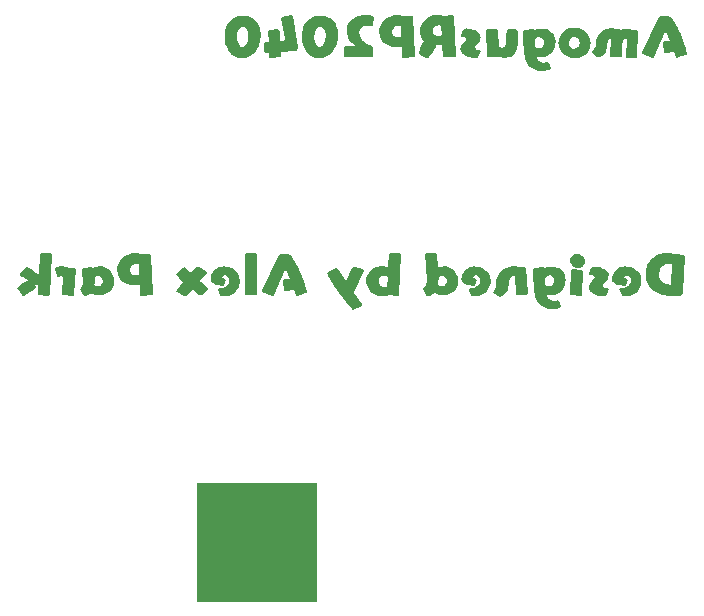
<source format=gbr>
%TF.GenerationSoftware,KiCad,Pcbnew,8.0.4*%
%TF.CreationDate,2024-12-04T20:03:35-06:00*%
%TF.ProjectId,amoguspico,616d6f67-7573-4706-9963-6f2e6b696361,rev?*%
%TF.SameCoordinates,Original*%
%TF.FileFunction,Legend,Bot*%
%TF.FilePolarity,Positive*%
%FSLAX46Y46*%
G04 Gerber Fmt 4.6, Leading zero omitted, Abs format (unit mm)*
G04 Created by KiCad (PCBNEW 8.0.4) date 2024-12-04 20:03:35*
%MOMM*%
%LPD*%
G01*
G04 APERTURE LIST*
%ADD10C,0.100000*%
%ADD11C,1.800000*%
%ADD12R,1.600000X1.600000*%
%ADD13C,1.600000*%
%ADD14C,0.750000*%
%ADD15O,1.200000X2.000000*%
%ADD16O,1.200000X1.800000*%
G04 APERTURE END LIST*
D10*
X136250000Y-119000000D02*
X146250000Y-119000000D01*
X146250000Y-129000000D01*
X136250000Y-129000000D01*
X136250000Y-119000000D01*
G36*
X136250000Y-119000000D02*
G01*
X146250000Y-119000000D01*
X146250000Y-129000000D01*
X136250000Y-129000000D01*
X136250000Y-119000000D01*
G37*
G36*
X173944940Y-82715694D02*
G01*
X173881926Y-82610181D01*
X173898778Y-82547166D01*
X175356175Y-79581814D01*
X175484988Y-79506115D01*
X175532763Y-79501946D01*
X176141660Y-79501946D01*
X176284622Y-79546516D01*
X176292602Y-79552505D01*
X176421262Y-79691511D01*
X176549594Y-79865071D01*
X176676499Y-80067395D01*
X176800876Y-80292698D01*
X176921625Y-80535191D01*
X177037646Y-80789087D01*
X177147838Y-81048599D01*
X177251103Y-81307939D01*
X177346339Y-81561320D01*
X177432446Y-81802955D01*
X177508324Y-82027055D01*
X177572874Y-82227834D01*
X177624994Y-82399504D01*
X177677463Y-82589771D01*
X177695778Y-82681988D01*
X177616309Y-82806968D01*
X177582205Y-82820474D01*
X176939602Y-83005122D01*
X176872191Y-83017578D01*
X176767411Y-82953098D01*
X176712209Y-82803768D01*
X176658989Y-82666164D01*
X176616468Y-82558157D01*
X175839043Y-82595526D01*
X175830983Y-82595526D01*
X175729867Y-82499539D01*
X175679309Y-81747759D01*
X175679309Y-81738967D01*
X175776029Y-81638583D01*
X176255233Y-81612937D01*
X176186426Y-81439333D01*
X176128116Y-81292575D01*
X176064938Y-81134971D01*
X176005986Y-80992042D01*
X175941683Y-80856315D01*
X175910851Y-80827452D01*
X175872749Y-80869218D01*
X174940718Y-82961158D01*
X174810293Y-83028569D01*
X174742882Y-83016113D01*
X173944940Y-82715694D01*
G37*
G36*
X171293196Y-82960425D02*
G01*
X171213328Y-82868101D01*
X171288799Y-81368206D01*
X171136209Y-81421008D01*
X171032527Y-81538382D01*
X170982070Y-81677383D01*
X170955189Y-81831451D01*
X170942210Y-81982243D01*
X170940020Y-82023998D01*
X170923829Y-82171080D01*
X170876629Y-82362895D01*
X170807248Y-82522631D01*
X170721667Y-82653088D01*
X170592696Y-82786324D01*
X170459735Y-82879123D01*
X170309519Y-82948370D01*
X170171388Y-82981674D01*
X170045359Y-82922323D01*
X169932453Y-82814286D01*
X169817347Y-82703240D01*
X169711933Y-82599363D01*
X169688520Y-82573545D01*
X169654815Y-82506866D01*
X169730286Y-82397690D01*
X169839623Y-82288315D01*
X169921116Y-82144182D01*
X169963017Y-82000138D01*
X169985524Y-81838251D01*
X169991137Y-81763147D01*
X170016935Y-81554146D01*
X170067383Y-81362086D01*
X170141011Y-81187758D01*
X170236346Y-81031949D01*
X170351920Y-80895452D01*
X170486260Y-80779054D01*
X170637897Y-80683546D01*
X170805359Y-80609718D01*
X170987175Y-80558358D01*
X171181876Y-80530258D01*
X171318108Y-80524836D01*
X171475421Y-80531554D01*
X171638281Y-80552079D01*
X171806139Y-80586961D01*
X171953574Y-80628707D01*
X172078681Y-80672114D01*
X172219662Y-80626705D01*
X172366804Y-80596553D01*
X172520011Y-80581269D01*
X172607711Y-80579057D01*
X172760404Y-80585446D01*
X172915915Y-80604886D01*
X173073760Y-80637790D01*
X173233461Y-80684570D01*
X173485519Y-80697027D01*
X173560990Y-80781290D01*
X173560990Y-80789351D01*
X173456210Y-82973614D01*
X173376343Y-83057878D01*
X173368283Y-83057878D01*
X172582798Y-83019776D01*
X172502930Y-82927452D01*
X172578401Y-81402644D01*
X172428931Y-81439765D01*
X172311253Y-81544099D01*
X172247195Y-81696174D01*
X172219729Y-81842966D01*
X172204710Y-82023998D01*
X172162212Y-82910600D01*
X172083077Y-82994863D01*
X172074284Y-82994863D01*
X171293196Y-82960425D01*
G37*
G36*
X168349517Y-80497116D02*
G01*
X168546797Y-80532597D01*
X168733755Y-80591623D01*
X168907646Y-80674102D01*
X169065724Y-80779943D01*
X169205242Y-80909057D01*
X169323455Y-81061352D01*
X169417617Y-81236739D01*
X169484982Y-81435125D01*
X169513649Y-81580116D01*
X169528372Y-81735263D01*
X169530251Y-81816636D01*
X169514852Y-82021302D01*
X169470354Y-82211229D01*
X169399303Y-82385238D01*
X169304245Y-82542153D01*
X169187728Y-82680796D01*
X169052298Y-82799990D01*
X168900502Y-82898557D01*
X168734885Y-82975320D01*
X168557996Y-83029102D01*
X168372380Y-83058726D01*
X168245045Y-83064473D01*
X168071973Y-83052483D01*
X167891772Y-83016781D01*
X167709717Y-82957765D01*
X167531081Y-82875832D01*
X167361139Y-82771382D01*
X167205166Y-82644813D01*
X167068435Y-82496524D01*
X166956221Y-82326913D01*
X166873799Y-82136378D01*
X166826442Y-81925318D01*
X166816957Y-81773405D01*
X166817536Y-81764612D01*
X167711618Y-81764612D01*
X167731272Y-81924614D01*
X167791429Y-82069817D01*
X167893884Y-82184162D01*
X168040432Y-82251586D01*
X168144661Y-82262868D01*
X168297481Y-82235300D01*
X168433406Y-82156769D01*
X168538905Y-82033534D01*
X168594862Y-81897068D01*
X168610676Y-81764612D01*
X168589370Y-81603961D01*
X168528551Y-81459795D01*
X168418486Y-81339848D01*
X168277796Y-81276266D01*
X168157117Y-81262693D01*
X167984844Y-81290554D01*
X167845012Y-81380753D01*
X167763405Y-81504579D01*
X167720949Y-81651566D01*
X167711618Y-81764612D01*
X166817536Y-81764612D01*
X166827593Y-81611917D01*
X166859929Y-81446108D01*
X166914607Y-81280391D01*
X166992267Y-81119179D01*
X167093550Y-80966882D01*
X167219098Y-80827914D01*
X167369552Y-80706686D01*
X167545552Y-80607611D01*
X167747742Y-80535101D01*
X167897400Y-80503698D01*
X168059173Y-80487370D01*
X168144661Y-80485268D01*
X168349517Y-80497116D01*
G37*
G36*
X165537212Y-80559007D02*
G01*
X165683287Y-80579477D01*
X165878438Y-80632987D01*
X166046070Y-80710661D01*
X166187568Y-80808894D01*
X166304322Y-80924081D01*
X166397717Y-81052618D01*
X166469142Y-81190901D01*
X166519984Y-81335326D01*
X166551630Y-81482287D01*
X166565469Y-81628181D01*
X166566364Y-81675952D01*
X166551399Y-81887702D01*
X166508235Y-82084396D01*
X166439469Y-82264775D01*
X166347700Y-82427577D01*
X166235524Y-82571542D01*
X166105539Y-82695410D01*
X165960341Y-82797919D01*
X165802529Y-82877810D01*
X165634699Y-82933821D01*
X165459449Y-82964692D01*
X165339776Y-82970683D01*
X165186337Y-82960598D01*
X165032202Y-82932043D01*
X164932379Y-82904005D01*
X164987611Y-83050894D01*
X165075496Y-83199084D01*
X165188511Y-83314155D01*
X165328308Y-83393470D01*
X165496540Y-83434391D01*
X165591835Y-83439630D01*
X165746970Y-83428424D01*
X165898848Y-83397864D01*
X165923761Y-83394200D01*
X166032937Y-83477732D01*
X166167027Y-83857285D01*
X166175819Y-83923963D01*
X166129658Y-84002365D01*
X165980740Y-84058716D01*
X165827175Y-84100945D01*
X165670204Y-84129237D01*
X165511070Y-84143776D01*
X165419644Y-84145980D01*
X165236114Y-84136626D01*
X165055505Y-84107934D01*
X164880082Y-84058958D01*
X164712107Y-83988754D01*
X164553845Y-83896375D01*
X164407561Y-83780876D01*
X164275518Y-83641311D01*
X164159980Y-83476735D01*
X164063212Y-83286204D01*
X164010245Y-83144295D01*
X163967297Y-82990150D01*
X163949790Y-82908401D01*
X163918572Y-82727842D01*
X163892935Y-82541130D01*
X163872277Y-82349030D01*
X163855998Y-82152307D01*
X163843496Y-81951725D01*
X163834170Y-81748048D01*
X163828781Y-81583628D01*
X164818806Y-81583628D01*
X164819849Y-81741195D01*
X164822979Y-81895013D01*
X164828196Y-82043419D01*
X164831995Y-82122916D01*
X164852512Y-82135373D01*
X164991181Y-82206173D01*
X165135807Y-82235233D01*
X165155129Y-82235757D01*
X165307020Y-82212682D01*
X165438473Y-82135616D01*
X165533491Y-82003670D01*
X165579703Y-81857616D01*
X165591835Y-81730174D01*
X165571089Y-81581654D01*
X165498103Y-81434517D01*
X165375056Y-81328930D01*
X165228377Y-81284937D01*
X165180041Y-81282477D01*
X165034698Y-81307048D01*
X164903472Y-81390533D01*
X164827321Y-81530825D01*
X164818806Y-81583628D01*
X163828781Y-81583628D01*
X163827418Y-81542040D01*
X163822639Y-81334466D01*
X163819232Y-81126091D01*
X163816595Y-80917678D01*
X163814968Y-80779092D01*
X163906044Y-80659261D01*
X163924145Y-80656727D01*
X164087681Y-80647396D01*
X164249279Y-80637164D01*
X164421383Y-80625984D01*
X164574677Y-80615883D01*
X164709630Y-80606901D01*
X164730879Y-80606901D01*
X164818806Y-80661123D01*
X164963774Y-80609092D01*
X165119816Y-80573396D01*
X165265524Y-80555931D01*
X165377878Y-80551946D01*
X165537212Y-80559007D01*
G37*
G36*
X160884054Y-82986071D02*
G01*
X160791730Y-82902540D01*
X160678157Y-80718276D01*
X160762421Y-80625952D01*
X161597732Y-80579057D01*
X161690055Y-80663321D01*
X161766259Y-82094340D01*
X161909501Y-82149978D01*
X162055687Y-82173475D01*
X162204637Y-82133390D01*
X162304492Y-82017799D01*
X162354549Y-81865983D01*
X162373259Y-81720121D01*
X162375157Y-81686943D01*
X162383806Y-81511476D01*
X162391322Y-81357845D01*
X162399699Y-81190639D01*
X162407633Y-81043998D01*
X162417609Y-80884571D01*
X162429285Y-80730901D01*
X162433775Y-80678709D01*
X162547722Y-80586506D01*
X162555408Y-80586385D01*
X162726105Y-80595464D01*
X162879453Y-80605835D01*
X163039080Y-80617568D01*
X163199439Y-80630730D01*
X163282274Y-80640607D01*
X163383734Y-80756637D01*
X163391451Y-80850900D01*
X163388587Y-81025385D01*
X163385589Y-81197069D01*
X163382017Y-81380479D01*
X163378736Y-81527987D01*
X163374089Y-81703765D01*
X163368822Y-81859339D01*
X163366538Y-81913356D01*
X163345102Y-82121182D01*
X163303167Y-82305713D01*
X163242141Y-82467572D01*
X163163434Y-82607382D01*
X163068454Y-82725766D01*
X162958611Y-82823347D01*
X162791469Y-82922172D01*
X162652426Y-82973637D01*
X162503217Y-83006375D01*
X162345250Y-83021011D01*
X162290893Y-83021974D01*
X162132178Y-83014215D01*
X161986872Y-82994496D01*
X161838517Y-82962997D01*
X161706908Y-82925987D01*
X160884054Y-82986071D01*
G37*
G36*
X159830390Y-83064473D02*
G01*
X159667912Y-83057434D01*
X159500115Y-83036449D01*
X159331652Y-83001713D01*
X159167174Y-82953421D01*
X159011331Y-82891770D01*
X158868776Y-82816955D01*
X158744160Y-82729171D01*
X158613949Y-82592290D01*
X158534922Y-82433166D01*
X158515875Y-82299504D01*
X158541300Y-82140038D01*
X158600164Y-82001092D01*
X158681697Y-81871868D01*
X158775097Y-81755826D01*
X158792847Y-81736036D01*
X158895039Y-81619383D01*
X158987234Y-81494743D01*
X159015596Y-81405575D01*
X158924916Y-81282856D01*
X158773816Y-81241483D01*
X158666817Y-81235582D01*
X158650697Y-81235582D01*
X158549581Y-81173300D01*
X158557641Y-81130802D01*
X158746685Y-80643538D01*
X158870442Y-80556142D01*
X158981891Y-80551214D01*
X159139536Y-80557836D01*
X159300237Y-80577605D01*
X159459941Y-80610376D01*
X159614595Y-80656005D01*
X159760143Y-80714347D01*
X159892534Y-80785256D01*
X160041580Y-80899101D01*
X160150419Y-81034687D01*
X160209443Y-81191671D01*
X160217271Y-81278080D01*
X160194109Y-81435677D01*
X160139503Y-81571710D01*
X160062658Y-81698645D01*
X159956420Y-81833489D01*
X159843579Y-81960983D01*
X159757031Y-82080579D01*
X159730006Y-82159553D01*
X159798430Y-82291924D01*
X159933407Y-82361820D01*
X160094905Y-82384501D01*
X160228769Y-82444393D01*
X160229727Y-82455575D01*
X160220935Y-82489281D01*
X160036287Y-82976545D01*
X159916547Y-83063141D01*
X159876552Y-83064473D01*
X159830390Y-83064473D01*
G37*
G36*
X156719728Y-79414183D02*
G01*
X156875230Y-79436566D01*
X157029982Y-79473708D01*
X157060676Y-79482896D01*
X157838101Y-79444794D01*
X157846161Y-79444794D01*
X157930425Y-79524661D01*
X158098220Y-82843921D01*
X158098220Y-82852714D01*
X158018353Y-82936245D01*
X157136147Y-82982407D01*
X157128087Y-82982407D01*
X157043824Y-82898876D01*
X156993265Y-81907494D01*
X156840605Y-81943414D01*
X156681827Y-81965247D01*
X156535027Y-81973627D01*
X156485484Y-81974173D01*
X156407233Y-82102118D01*
X156324799Y-82235104D01*
X156239979Y-82370271D01*
X156154566Y-82504760D01*
X156070355Y-82635711D01*
X155989141Y-82760264D01*
X155894572Y-82902605D01*
X155842882Y-82978743D01*
X155733705Y-83041025D01*
X155632588Y-83016113D01*
X155074249Y-82754528D01*
X154981926Y-82640956D01*
X155022858Y-82494203D01*
X155077093Y-82333982D01*
X155134114Y-82179145D01*
X155201606Y-82009474D01*
X155278050Y-81833153D01*
X155361926Y-81658365D01*
X155406175Y-81574103D01*
X155296987Y-81438197D01*
X155215564Y-81294178D01*
X155158117Y-81148100D01*
X155120855Y-81006016D01*
X155097449Y-80849314D01*
X155092655Y-80749783D01*
X156170411Y-80749783D01*
X156194729Y-80899351D01*
X156273726Y-81041226D01*
X156394831Y-81136806D01*
X156542087Y-81182425D01*
X156632030Y-81188688D01*
X156780735Y-81173874D01*
X156926007Y-81132459D01*
X156951500Y-81122009D01*
X156909734Y-80310146D01*
X156761769Y-80286756D01*
X156716294Y-80285233D01*
X156550551Y-80304746D01*
X156407045Y-80360349D01*
X156276156Y-80464956D01*
X156194165Y-80605695D01*
X156170411Y-80749783D01*
X155092655Y-80749783D01*
X155091102Y-80717543D01*
X155109073Y-80507595D01*
X155160910Y-80311149D01*
X155243502Y-80129764D01*
X155353738Y-79965004D01*
X155488505Y-79818428D01*
X155644692Y-79691598D01*
X155819187Y-79586077D01*
X156008879Y-79503423D01*
X156210655Y-79445200D01*
X156421404Y-79412969D01*
X156565352Y-79406692D01*
X156719728Y-79414183D01*
G37*
G36*
X153284422Y-79415314D02*
G01*
X153440733Y-79440466D01*
X153597848Y-79481074D01*
X153629309Y-79490956D01*
X154397941Y-79453586D01*
X154406734Y-79453586D01*
X154490265Y-79532721D01*
X154662456Y-82870300D01*
X154578925Y-82962623D01*
X153696720Y-83008785D01*
X153688660Y-83008785D01*
X153604396Y-82925254D01*
X153562630Y-82055505D01*
X153409476Y-82092445D01*
X153250498Y-82116263D01*
X153103659Y-82125926D01*
X153054117Y-82126580D01*
X152894424Y-82120308D01*
X152743059Y-82101782D01*
X152532221Y-82051976D01*
X152341651Y-81977065D01*
X152172271Y-81878525D01*
X152025000Y-81757834D01*
X151900758Y-81616472D01*
X151800466Y-81455915D01*
X151725043Y-81277641D01*
X151675411Y-81083129D01*
X151652488Y-80873856D01*
X151651020Y-80804738D01*
X152734647Y-80804738D01*
X152753427Y-80951027D01*
X152816936Y-81103082D01*
X152929702Y-81219474D01*
X153078772Y-81279961D01*
X153196999Y-81291270D01*
X153345774Y-81275492D01*
X153493533Y-81230339D01*
X153520132Y-81218729D01*
X153473970Y-80323335D01*
X153326623Y-80299224D01*
X153281263Y-80297690D01*
X153115180Y-80318927D01*
X152971460Y-80379491D01*
X152856392Y-80474656D01*
X152776264Y-80599700D01*
X152737365Y-80749898D01*
X152734647Y-80804738D01*
X151651020Y-80804738D01*
X151650942Y-80801074D01*
X151659014Y-80650537D01*
X151699962Y-80436458D01*
X151772758Y-80237915D01*
X151874302Y-80056558D01*
X152001494Y-79894034D01*
X152151231Y-79751991D01*
X152320415Y-79632079D01*
X152505943Y-79535944D01*
X152704715Y-79465236D01*
X152913631Y-79421603D01*
X153129588Y-79406692D01*
X153284422Y-79415314D01*
G37*
G36*
X148724424Y-82970683D02*
G01*
X148632100Y-82870300D01*
X148632100Y-82139036D01*
X148716364Y-82038653D01*
X149598569Y-82046713D01*
X149602233Y-82046713D01*
X149648394Y-82017404D01*
X149611025Y-81975638D01*
X149482675Y-81892281D01*
X149367149Y-81799509D01*
X149232987Y-81662927D01*
X149121442Y-81513830D01*
X149032411Y-81354631D01*
X148965791Y-81187742D01*
X148921480Y-81015577D01*
X148899373Y-80840548D01*
X148896615Y-80752714D01*
X148910022Y-80560853D01*
X148950242Y-80373548D01*
X149017271Y-80193925D01*
X149111106Y-80025110D01*
X149231741Y-79870230D01*
X149379175Y-79732411D01*
X149553404Y-79614778D01*
X149684440Y-79549116D01*
X149827382Y-79494741D01*
X149982229Y-79452580D01*
X150148980Y-79423559D01*
X150327633Y-79408604D01*
X150421423Y-79406692D01*
X150585978Y-79412370D01*
X150736563Y-79426797D01*
X150893164Y-79450243D01*
X151055642Y-79482892D01*
X151127041Y-79499748D01*
X151194452Y-79621381D01*
X151194452Y-79646294D01*
X151127041Y-80272044D01*
X151013468Y-80360704D01*
X150967306Y-80356308D01*
X150814074Y-80337532D01*
X150673482Y-80331395D01*
X150502729Y-80342883D01*
X150355718Y-80375897D01*
X150204884Y-80444127D01*
X150090090Y-80538356D01*
X149999085Y-80679773D01*
X149958119Y-80845186D01*
X149955408Y-80904389D01*
X149973191Y-81061835D01*
X150026093Y-81224236D01*
X150113445Y-81386655D01*
X150201164Y-81505509D01*
X150307602Y-81619514D01*
X150432475Y-81726584D01*
X150575502Y-81824639D01*
X150736400Y-81911594D01*
X150914887Y-81985367D01*
X151043510Y-82026196D01*
X151118322Y-82154935D01*
X151118981Y-82181535D01*
X151118981Y-82870300D01*
X151039113Y-82970683D01*
X148724424Y-82970683D01*
G37*
G36*
X146868205Y-79464331D02*
G01*
X147058838Y-79498278D01*
X147248592Y-79557996D01*
X147432583Y-79646052D01*
X147605929Y-79765016D01*
X147763747Y-79917455D01*
X147857921Y-80038946D01*
X147941576Y-80177219D01*
X148013265Y-80333032D01*
X148071542Y-80507149D01*
X148114960Y-80700328D01*
X148142071Y-80913332D01*
X148151430Y-81146922D01*
X148146668Y-81295364D01*
X148126281Y-81484200D01*
X148091242Y-81663240D01*
X148043072Y-81833129D01*
X147983291Y-81994511D01*
X147913418Y-82148029D01*
X147834974Y-82294328D01*
X147749478Y-82434052D01*
X147727180Y-82468032D01*
X147622948Y-82604737D01*
X147503458Y-82724441D01*
X147370829Y-82826765D01*
X147227185Y-82911332D01*
X147074644Y-82977765D01*
X146915328Y-83025684D01*
X146751359Y-83054712D01*
X146584856Y-83064473D01*
X146386695Y-83051679D01*
X146204616Y-83014813D01*
X146038165Y-82956145D01*
X145886887Y-82877947D01*
X145750326Y-82782490D01*
X145628027Y-82672045D01*
X145519536Y-82548883D01*
X145424398Y-82415275D01*
X145342156Y-82273493D01*
X145272356Y-82125807D01*
X145214544Y-81974490D01*
X145168263Y-81821811D01*
X145133059Y-81670042D01*
X145108477Y-81521455D01*
X145090524Y-81309508D01*
X145089357Y-81242909D01*
X145089498Y-81238513D01*
X146148150Y-81238513D01*
X146155621Y-81403992D01*
X146177963Y-81562173D01*
X146215075Y-81708504D01*
X146282076Y-81867821D01*
X146371792Y-81992624D01*
X146509151Y-82084314D01*
X146618562Y-82103133D01*
X146776010Y-82061313D01*
X146895694Y-81951023D01*
X146982782Y-81795018D01*
X147042445Y-81616051D01*
X147079852Y-81436879D01*
X147100171Y-81280256D01*
X147110160Y-81128864D01*
X147110223Y-81125673D01*
X147103315Y-80973966D01*
X147074777Y-80805629D01*
X147014009Y-80644605D01*
X146915216Y-80514398D01*
X146782381Y-80433779D01*
X146652267Y-80411263D01*
X146488956Y-80444664D01*
X146363612Y-80527258D01*
X146267664Y-80651868D01*
X146205589Y-80797353D01*
X146163590Y-80990701D01*
X146149166Y-81171093D01*
X146148150Y-81238513D01*
X145089498Y-81238513D01*
X145094202Y-81092157D01*
X145108639Y-80941067D01*
X145132523Y-80790073D01*
X145165710Y-80639611D01*
X145208055Y-80490114D01*
X145224180Y-80440572D01*
X145294867Y-80268756D01*
X145385194Y-80112497D01*
X145493085Y-79972088D01*
X145616466Y-79847822D01*
X145753258Y-79739992D01*
X145901389Y-79648892D01*
X146058780Y-79574815D01*
X146223358Y-79518055D01*
X146393046Y-79478905D01*
X146565768Y-79457659D01*
X146681577Y-79453586D01*
X146868205Y-79464331D01*
G37*
G36*
X142428820Y-83032233D02*
G01*
X142332100Y-82935512D01*
X142311584Y-82578674D01*
X142030216Y-82591130D01*
X142021423Y-82591130D01*
X141921039Y-82494410D01*
X141890997Y-81810041D01*
X141890997Y-81801249D01*
X141987718Y-81704528D01*
X142265422Y-81688408D01*
X142214863Y-80780558D01*
X142214863Y-80772498D01*
X142311584Y-80675778D01*
X143092672Y-80634012D01*
X143100732Y-80634012D01*
X143214305Y-80730732D01*
X143260467Y-81645177D01*
X143487613Y-81632721D01*
X143618718Y-81564443D01*
X143626099Y-81514752D01*
X143621702Y-81464926D01*
X143298569Y-79666810D01*
X143294173Y-79645561D01*
X143382100Y-79553237D01*
X144197627Y-79431605D01*
X144210083Y-79431605D01*
X144310467Y-79519532D01*
X144743510Y-82149295D01*
X144751570Y-82229162D01*
X144709653Y-82379463D01*
X144579484Y-82461444D01*
X144525157Y-82468764D01*
X143311025Y-82531779D01*
X143327878Y-82893014D01*
X143327878Y-82896678D01*
X143223098Y-82997794D01*
X142437613Y-83032233D01*
X142428820Y-83032233D01*
G37*
G36*
X140320543Y-79464331D02*
G01*
X140511176Y-79498278D01*
X140700930Y-79557996D01*
X140884921Y-79646052D01*
X141058267Y-79765016D01*
X141216085Y-79917455D01*
X141310259Y-80038946D01*
X141393913Y-80177219D01*
X141465603Y-80333032D01*
X141523880Y-80507149D01*
X141567297Y-80700328D01*
X141594409Y-80913332D01*
X141603768Y-81146922D01*
X141599006Y-81295364D01*
X141578618Y-81484200D01*
X141543580Y-81663240D01*
X141495410Y-81833129D01*
X141435629Y-81994511D01*
X141365756Y-82148029D01*
X141287312Y-82294328D01*
X141201816Y-82434052D01*
X141179518Y-82468032D01*
X141075286Y-82604737D01*
X140955795Y-82724441D01*
X140823167Y-82826765D01*
X140679522Y-82911332D01*
X140526982Y-82977765D01*
X140367666Y-83025684D01*
X140203697Y-83054712D01*
X140037194Y-83064473D01*
X139839033Y-83051679D01*
X139656954Y-83014813D01*
X139490503Y-82956145D01*
X139339224Y-82877947D01*
X139202664Y-82782490D01*
X139080365Y-82672045D01*
X138971874Y-82548883D01*
X138876735Y-82415275D01*
X138794494Y-82273493D01*
X138724694Y-82125807D01*
X138666882Y-81974490D01*
X138620601Y-81821811D01*
X138585397Y-81670042D01*
X138560815Y-81521455D01*
X138542862Y-81309508D01*
X138541695Y-81242909D01*
X138541836Y-81238513D01*
X139600488Y-81238513D01*
X139607958Y-81403992D01*
X139630301Y-81562173D01*
X139667412Y-81708504D01*
X139734414Y-81867821D01*
X139824130Y-81992624D01*
X139961488Y-82084314D01*
X140070900Y-82103133D01*
X140228348Y-82061313D01*
X140348031Y-81951023D01*
X140435120Y-81795018D01*
X140494783Y-81616051D01*
X140532190Y-81436879D01*
X140552508Y-81280256D01*
X140562498Y-81128864D01*
X140562561Y-81125673D01*
X140555652Y-80973966D01*
X140527115Y-80805629D01*
X140466347Y-80644605D01*
X140367554Y-80514398D01*
X140234719Y-80433779D01*
X140104605Y-80411263D01*
X139941294Y-80444664D01*
X139815949Y-80527258D01*
X139720001Y-80651868D01*
X139657927Y-80797353D01*
X139615928Y-80990701D01*
X139601504Y-81171093D01*
X139600488Y-81238513D01*
X138541836Y-81238513D01*
X138546540Y-81092157D01*
X138560977Y-80941067D01*
X138584861Y-80790073D01*
X138618048Y-80639611D01*
X138660392Y-80490114D01*
X138676517Y-80440572D01*
X138747205Y-80268756D01*
X138837532Y-80112497D01*
X138945423Y-79972088D01*
X139068803Y-79847822D01*
X139205596Y-79739992D01*
X139353726Y-79648892D01*
X139511118Y-79574815D01*
X139675696Y-79518055D01*
X139845383Y-79478905D01*
X140018106Y-79457659D01*
X140133914Y-79453586D01*
X140320543Y-79464331D01*
G37*
G36*
X176203149Y-99572115D02*
G01*
X176363748Y-99588202D01*
X176520548Y-99614677D01*
X176671754Y-99651262D01*
X176754954Y-99676601D01*
X177426866Y-99713970D01*
X177523586Y-99818750D01*
X177359455Y-102896943D01*
X177320789Y-103040787D01*
X177204671Y-103134894D01*
X177133042Y-103157794D01*
X177036322Y-103174647D01*
X176888437Y-103196652D01*
X176740758Y-103212199D01*
X176593765Y-103221427D01*
X176447941Y-103224473D01*
X176226270Y-103216875D01*
X176009457Y-103194193D01*
X175798805Y-103156592D01*
X175595617Y-103104236D01*
X175401196Y-103037292D01*
X175216845Y-102955925D01*
X175043867Y-102860299D01*
X174883565Y-102750580D01*
X174737243Y-102626934D01*
X174606202Y-102489526D01*
X174491746Y-102338520D01*
X174395179Y-102174083D01*
X174317803Y-101996380D01*
X174260921Y-101805575D01*
X174225836Y-101601835D01*
X174213852Y-101385324D01*
X174214812Y-101360411D01*
X175348115Y-101360411D01*
X175366383Y-101551228D01*
X175418698Y-101722871D01*
X175501323Y-101873409D01*
X175610524Y-102000908D01*
X175742565Y-102103437D01*
X175893712Y-102179064D01*
X176060229Y-102225857D01*
X176238381Y-102241884D01*
X176338764Y-102237487D01*
X176431821Y-100499455D01*
X176281886Y-100469230D01*
X176129204Y-100457690D01*
X175930321Y-100478288D01*
X175768434Y-100534844D01*
X175639736Y-100619496D01*
X175513187Y-100762483D01*
X175429848Y-100922811D01*
X175380695Y-101081847D01*
X175353578Y-101250439D01*
X175348115Y-101360411D01*
X174214812Y-101360411D01*
X174219939Y-101227432D01*
X174238570Y-101062618D01*
X174264942Y-100916013D01*
X174301283Y-100764636D01*
X174347941Y-100608632D01*
X174428177Y-100413117D01*
X174532336Y-100239570D01*
X174657753Y-100087393D01*
X174801767Y-99955990D01*
X174961716Y-99844761D01*
X175134936Y-99753109D01*
X175318765Y-99680436D01*
X175510541Y-99626146D01*
X175707600Y-99589639D01*
X175907281Y-99570319D01*
X176040544Y-99566692D01*
X176203149Y-99572115D01*
G37*
G36*
X172362247Y-103224473D02*
G01*
X172218148Y-103182422D01*
X172152686Y-103099176D01*
X172091878Y-102953303D01*
X172036062Y-102808379D01*
X171987214Y-102664297D01*
X171979762Y-102628032D01*
X172082069Y-102521626D01*
X172110188Y-102518855D01*
X172118981Y-102518855D01*
X172211304Y-102523251D01*
X172393857Y-102508117D01*
X172548726Y-102465652D01*
X172704952Y-102380846D01*
X172821546Y-102268822D01*
X172900519Y-102138181D01*
X172943884Y-101997529D01*
X172954291Y-101883579D01*
X172931607Y-101724129D01*
X172857495Y-101579278D01*
X172744030Y-101482659D01*
X172584996Y-101442477D01*
X172436492Y-101481266D01*
X172334455Y-101592709D01*
X172328541Y-101616866D01*
X172458375Y-101707125D01*
X172576203Y-101735568D01*
X172664863Y-101815436D01*
X172623461Y-101969322D01*
X172576146Y-102123628D01*
X172534438Y-102247745D01*
X172429658Y-102328346D01*
X172275257Y-102317665D01*
X172107236Y-102296940D01*
X171962142Y-102272017D01*
X171803009Y-102235566D01*
X171702791Y-102205247D01*
X171563430Y-102139357D01*
X171446153Y-102026553D01*
X171387647Y-101887493D01*
X171375261Y-101764877D01*
X171386390Y-101614183D01*
X171417765Y-101454744D01*
X171481289Y-101271636D01*
X171556724Y-101130895D01*
X171661197Y-100996679D01*
X171799403Y-100877488D01*
X171976036Y-100781826D01*
X172117458Y-100735321D01*
X172279437Y-100705570D01*
X172463363Y-100695094D01*
X172636703Y-100702318D01*
X172797701Y-100723352D01*
X172946516Y-100757236D01*
X173147247Y-100830057D01*
X173321467Y-100926393D01*
X173469716Y-101043004D01*
X173592534Y-101176654D01*
X173690461Y-101324103D01*
X173764036Y-101482113D01*
X173813800Y-101647445D01*
X173840291Y-101816861D01*
X173845289Y-101930474D01*
X173832658Y-102111063D01*
X173794782Y-102288786D01*
X173731686Y-102460389D01*
X173643395Y-102622619D01*
X173529936Y-102772224D01*
X173391332Y-102905950D01*
X173227610Y-103020545D01*
X173038795Y-103112754D01*
X172898991Y-103160185D01*
X172748052Y-103195258D01*
X172585988Y-103217008D01*
X172412805Y-103224473D01*
X172362247Y-103224473D01*
G37*
G36*
X170683565Y-103224473D02*
G01*
X170521087Y-103217434D01*
X170353290Y-103196449D01*
X170184827Y-103161713D01*
X170020349Y-103113421D01*
X169864507Y-103051770D01*
X169721952Y-102976955D01*
X169597335Y-102889171D01*
X169467124Y-102752290D01*
X169388098Y-102593166D01*
X169369050Y-102459504D01*
X169394475Y-102300038D01*
X169453339Y-102161092D01*
X169534872Y-102031868D01*
X169628272Y-101915826D01*
X169646022Y-101896036D01*
X169748215Y-101779383D01*
X169840410Y-101654743D01*
X169868771Y-101565575D01*
X169778091Y-101442856D01*
X169626991Y-101401483D01*
X169519993Y-101395582D01*
X169503872Y-101395582D01*
X169402756Y-101333300D01*
X169410816Y-101290802D01*
X169599860Y-100803538D01*
X169723617Y-100716142D01*
X169835066Y-100711214D01*
X169992711Y-100717836D01*
X170153413Y-100737605D01*
X170313117Y-100770376D01*
X170467770Y-100816005D01*
X170613318Y-100874347D01*
X170745709Y-100945256D01*
X170894755Y-101059101D01*
X171003594Y-101194687D01*
X171062618Y-101351671D01*
X171070446Y-101438080D01*
X171047284Y-101595677D01*
X170992678Y-101731710D01*
X170915833Y-101858645D01*
X170809595Y-101993489D01*
X170696755Y-102120983D01*
X170610206Y-102240579D01*
X170583182Y-102319553D01*
X170651606Y-102451924D01*
X170786582Y-102521820D01*
X170948080Y-102544501D01*
X171081944Y-102604393D01*
X171082903Y-102615575D01*
X171074110Y-102649281D01*
X170889462Y-103136545D01*
X170769722Y-103223141D01*
X170729727Y-103224473D01*
X170683565Y-103224473D01*
G37*
G36*
X167855233Y-103146071D02*
G01*
X167775366Y-103062540D01*
X167775366Y-103053747D01*
X167880146Y-101004305D01*
X167960013Y-100924438D01*
X167968806Y-100924438D01*
X168808513Y-100966203D01*
X168892777Y-101058527D01*
X168787264Y-103104305D01*
X168703733Y-103188569D01*
X168694940Y-103188569D01*
X167855233Y-103146071D01*
G37*
G36*
X167813468Y-100235673D02*
G01*
X167832938Y-100079932D01*
X167888082Y-99938789D01*
X167974005Y-99817073D01*
X168085808Y-99719614D01*
X168218595Y-99651243D01*
X168367468Y-99616789D01*
X168430425Y-99613586D01*
X168586166Y-99633121D01*
X168727309Y-99688505D01*
X168849025Y-99774908D01*
X168946484Y-99887501D01*
X169014855Y-100021453D01*
X169049309Y-100171934D01*
X169052512Y-100235673D01*
X169032977Y-100389658D01*
X168977593Y-100529589D01*
X168891190Y-100650536D01*
X168778597Y-100747567D01*
X168644645Y-100815752D01*
X168494164Y-100850161D01*
X168430425Y-100853363D01*
X168276488Y-100833845D01*
X168136679Y-100778579D01*
X168015895Y-100692494D01*
X167919032Y-100580522D01*
X167850989Y-100447593D01*
X167816661Y-100298638D01*
X167813468Y-100235673D01*
G37*
G36*
X166395970Y-100719007D02*
G01*
X166542045Y-100739477D01*
X166737196Y-100792987D01*
X166904828Y-100870661D01*
X167046326Y-100968894D01*
X167163080Y-101084081D01*
X167256475Y-101212618D01*
X167327900Y-101350901D01*
X167378742Y-101495326D01*
X167410388Y-101642287D01*
X167424226Y-101788181D01*
X167425122Y-101835952D01*
X167410156Y-102047702D01*
X167366993Y-102244396D01*
X167298227Y-102424775D01*
X167206458Y-102587577D01*
X167094282Y-102731542D01*
X166964296Y-102855410D01*
X166819099Y-102957919D01*
X166661286Y-103037810D01*
X166493457Y-103093821D01*
X166318207Y-103124692D01*
X166198534Y-103130683D01*
X166045095Y-103120598D01*
X165890960Y-103092043D01*
X165791137Y-103064005D01*
X165846369Y-103210894D01*
X165934254Y-103359084D01*
X166047269Y-103474155D01*
X166187066Y-103553470D01*
X166355298Y-103594391D01*
X166450593Y-103599630D01*
X166605728Y-103588424D01*
X166757606Y-103557864D01*
X166782519Y-103554200D01*
X166891695Y-103637732D01*
X167025785Y-104017285D01*
X167034577Y-104083963D01*
X166988415Y-104162365D01*
X166839498Y-104218716D01*
X166685933Y-104260945D01*
X166528962Y-104289237D01*
X166369828Y-104303776D01*
X166278401Y-104305980D01*
X166094872Y-104296626D01*
X165914263Y-104267934D01*
X165738839Y-104218958D01*
X165570865Y-104148754D01*
X165412603Y-104056375D01*
X165266319Y-103940876D01*
X165134276Y-103801311D01*
X165018738Y-103636735D01*
X164921970Y-103446204D01*
X164869003Y-103304295D01*
X164826055Y-103150150D01*
X164808548Y-103068401D01*
X164777330Y-102887842D01*
X164751692Y-102701130D01*
X164731035Y-102509030D01*
X164714756Y-102312307D01*
X164702254Y-102111725D01*
X164692928Y-101908048D01*
X164687539Y-101743628D01*
X165677564Y-101743628D01*
X165678607Y-101901195D01*
X165681737Y-102055013D01*
X165686954Y-102203419D01*
X165690753Y-102282916D01*
X165711270Y-102295373D01*
X165849938Y-102366173D01*
X165994565Y-102395233D01*
X166013886Y-102395757D01*
X166165777Y-102372682D01*
X166297231Y-102295616D01*
X166392249Y-102163670D01*
X166438461Y-102017616D01*
X166450593Y-101890174D01*
X166429847Y-101741654D01*
X166356861Y-101594517D01*
X166233814Y-101488930D01*
X166087135Y-101444937D01*
X166038799Y-101442477D01*
X165893456Y-101467048D01*
X165762230Y-101550533D01*
X165686079Y-101690825D01*
X165677564Y-101743628D01*
X164687539Y-101743628D01*
X164686176Y-101702040D01*
X164681397Y-101494466D01*
X164677990Y-101286091D01*
X164675353Y-101077678D01*
X164673726Y-100939092D01*
X164764802Y-100819261D01*
X164782903Y-100816727D01*
X164946438Y-100807396D01*
X165108037Y-100797164D01*
X165280141Y-100785984D01*
X165433435Y-100775883D01*
X165568387Y-100766901D01*
X165589637Y-100766901D01*
X165677564Y-100821123D01*
X165822532Y-100769092D01*
X165978574Y-100733396D01*
X166124282Y-100715931D01*
X166236636Y-100711946D01*
X166395970Y-100719007D01*
G37*
G36*
X161558164Y-102015471D02*
G01*
X161565630Y-101868388D01*
X161603821Y-101660897D01*
X161672470Y-101470217D01*
X161769403Y-101297535D01*
X161892447Y-101144033D01*
X162039429Y-101010897D01*
X162208175Y-100899312D01*
X162396511Y-100810461D01*
X162602264Y-100745529D01*
X162748035Y-100716115D01*
X162899938Y-100698209D01*
X163057327Y-100692163D01*
X163214723Y-100698137D01*
X163361417Y-100713936D01*
X163512377Y-100739611D01*
X163527739Y-100742721D01*
X163998150Y-100717808D01*
X164006943Y-100717808D01*
X164090474Y-100802072D01*
X164204047Y-102985603D01*
X164119783Y-103078660D01*
X163280076Y-103120425D01*
X163271284Y-103120425D01*
X163191416Y-103040558D01*
X163112281Y-101515750D01*
X162950198Y-101543511D01*
X162812525Y-101610173D01*
X162704045Y-101719242D01*
X162629539Y-101874226D01*
X162596853Y-102040981D01*
X162591311Y-102158353D01*
X162591311Y-102301235D01*
X162574639Y-102497852D01*
X162528802Y-102668295D01*
X162460065Y-102814057D01*
X162374696Y-102936631D01*
X162245830Y-103066570D01*
X162113392Y-103161475D01*
X161965452Y-103236231D01*
X161843196Y-103271367D01*
X161721563Y-103225205D01*
X161590109Y-103130421D01*
X161456095Y-103032962D01*
X161333365Y-102941710D01*
X161306106Y-102918925D01*
X161263607Y-102847117D01*
X161331018Y-102737941D01*
X161439153Y-102612381D01*
X161509163Y-102474250D01*
X161546887Y-102321969D01*
X161558164Y-102153956D01*
X161558164Y-102015471D01*
G37*
G36*
X159592254Y-103224473D02*
G01*
X159448155Y-103182422D01*
X159382693Y-103099176D01*
X159321885Y-102953303D01*
X159266069Y-102808379D01*
X159217221Y-102664297D01*
X159209769Y-102628032D01*
X159312076Y-102521626D01*
X159340195Y-102518855D01*
X159348988Y-102518855D01*
X159441311Y-102523251D01*
X159623864Y-102508117D01*
X159778733Y-102465652D01*
X159934959Y-102380846D01*
X160051553Y-102268822D01*
X160130526Y-102138181D01*
X160173891Y-101997529D01*
X160184298Y-101883579D01*
X160161614Y-101724129D01*
X160087502Y-101579278D01*
X159974037Y-101482659D01*
X159815003Y-101442477D01*
X159666499Y-101481266D01*
X159564462Y-101592709D01*
X159558548Y-101616866D01*
X159688382Y-101707125D01*
X159806210Y-101735568D01*
X159894870Y-101815436D01*
X159853468Y-101969322D01*
X159806153Y-102123628D01*
X159764445Y-102247745D01*
X159659665Y-102328346D01*
X159505264Y-102317665D01*
X159337243Y-102296940D01*
X159192149Y-102272017D01*
X159033016Y-102235566D01*
X158932798Y-102205247D01*
X158793437Y-102139357D01*
X158676160Y-102026553D01*
X158617654Y-101887493D01*
X158605268Y-101764877D01*
X158616396Y-101614183D01*
X158647772Y-101454744D01*
X158711296Y-101271636D01*
X158786731Y-101130895D01*
X158891204Y-100996679D01*
X159029410Y-100877488D01*
X159206043Y-100781826D01*
X159347465Y-100735321D01*
X159509444Y-100705570D01*
X159693370Y-100695094D01*
X159866710Y-100702318D01*
X160027708Y-100723352D01*
X160176523Y-100757236D01*
X160377254Y-100830057D01*
X160551474Y-100926393D01*
X160699723Y-101043004D01*
X160822541Y-101176654D01*
X160920468Y-101324103D01*
X160994043Y-101482113D01*
X161043807Y-101647445D01*
X161070298Y-101816861D01*
X161075296Y-101930474D01*
X161062665Y-102111063D01*
X161024789Y-102288786D01*
X160961693Y-102460389D01*
X160873402Y-102622619D01*
X160759943Y-102772224D01*
X160621339Y-102905950D01*
X160457617Y-103020545D01*
X160268802Y-103112754D01*
X160128998Y-103160185D01*
X159978059Y-103195258D01*
X159815995Y-103217008D01*
X159642812Y-103224473D01*
X159592254Y-103224473D01*
G37*
G36*
X156539672Y-99606279D02*
G01*
X156557292Y-99659016D01*
X156632763Y-100785219D01*
X156782133Y-100739285D01*
X156926960Y-100709603D01*
X157077372Y-100693907D01*
X157144940Y-100692163D01*
X157295347Y-100700360D01*
X157500497Y-100741268D01*
X157681607Y-100812433D01*
X157839252Y-100909265D01*
X157974010Y-101027173D01*
X158086455Y-101161569D01*
X158177164Y-101307862D01*
X158246713Y-101461463D01*
X158295678Y-101617782D01*
X158324634Y-101772230D01*
X158334159Y-101920216D01*
X158318729Y-102105679D01*
X158274088Y-102281975D01*
X158202711Y-102447120D01*
X158107071Y-102599133D01*
X157989644Y-102736034D01*
X157852902Y-102855840D01*
X157699321Y-102956569D01*
X157531374Y-103036242D01*
X157351536Y-103092875D01*
X157162280Y-103124487D01*
X157032100Y-103130683D01*
X156878675Y-103122138D01*
X156723126Y-103095981D01*
X156566696Y-103051429D01*
X156410627Y-102987700D01*
X156322086Y-102942372D01*
X156204461Y-103038747D01*
X156054646Y-103121315D01*
X155913577Y-103173787D01*
X155760532Y-103209948D01*
X155725645Y-103214947D01*
X155603355Y-103127947D01*
X155587159Y-103093314D01*
X155360013Y-102567948D01*
X155351953Y-102530579D01*
X155444277Y-102450711D01*
X155562281Y-102346486D01*
X155586877Y-102287313D01*
X156620307Y-102287313D01*
X156767325Y-102342017D01*
X156917915Y-102366154D01*
X156935380Y-102366448D01*
X157096100Y-102339473D01*
X157222891Y-102265512D01*
X157321586Y-102136853D01*
X157365789Y-101976063D01*
X157367690Y-101932672D01*
X157345465Y-101782266D01*
X157281612Y-101647250D01*
X157163096Y-101529914D01*
X157024298Y-101475450D01*
X156955896Y-101469588D01*
X156810827Y-101496351D01*
X156686989Y-101581647D01*
X156666468Y-101611737D01*
X156664095Y-101780369D01*
X156657159Y-101936694D01*
X156644000Y-102101226D01*
X156625655Y-102251744D01*
X156620307Y-102287313D01*
X155586877Y-102287313D01*
X155626379Y-102192277D01*
X155653448Y-102044039D01*
X155665635Y-101871931D01*
X155667027Y-101778066D01*
X155661218Y-101607663D01*
X155650411Y-101412114D01*
X155640852Y-101258167D01*
X155629859Y-101090758D01*
X155617812Y-100914514D01*
X155605097Y-100734066D01*
X155592096Y-100554042D01*
X155579191Y-100379071D01*
X155566767Y-100213784D01*
X155555207Y-100062809D01*
X155540324Y-99873309D01*
X155527078Y-99713943D01*
X155524145Y-99684661D01*
X155524145Y-99672205D01*
X155625815Y-99562416D01*
X155675087Y-99558632D01*
X156401953Y-99546175D01*
X156539672Y-99606279D01*
G37*
G36*
X153381646Y-99571088D02*
G01*
X153461514Y-99655352D01*
X153461514Y-99663412D01*
X153284926Y-103078660D01*
X153192602Y-103162923D01*
X152491381Y-103124822D01*
X152338817Y-103173701D01*
X152186406Y-103206584D01*
X152033950Y-103223469D01*
X151949162Y-103225938D01*
X151744736Y-103212020D01*
X151546831Y-103171320D01*
X151358415Y-103105418D01*
X151182455Y-103015891D01*
X151021916Y-102904321D01*
X150879767Y-102772285D01*
X150758973Y-102621365D01*
X150662502Y-102453138D01*
X150593321Y-102269186D01*
X150554396Y-102071086D01*
X150547650Y-101948792D01*
X151579867Y-101948792D01*
X151602360Y-102097159D01*
X151679985Y-102242108D01*
X151803871Y-102349868D01*
X151939660Y-102407157D01*
X152096441Y-102427264D01*
X152242837Y-102413140D01*
X152302337Y-102398688D01*
X152348499Y-101572903D01*
X152202292Y-101517682D01*
X152046549Y-101491780D01*
X152012177Y-101490837D01*
X151844399Y-101517904D01*
X151708137Y-101604041D01*
X151625848Y-101725968D01*
X151584318Y-101878204D01*
X151579867Y-101948792D01*
X150547650Y-101948792D01*
X150546720Y-101931939D01*
X150560462Y-101728488D01*
X150600859Y-101539723D01*
X150666670Y-101366807D01*
X150756651Y-101210905D01*
X150869560Y-101073177D01*
X151004154Y-100954787D01*
X151159192Y-100856899D01*
X151333430Y-100780674D01*
X151525626Y-100727276D01*
X151734537Y-100697867D01*
X151882484Y-100692163D01*
X152029796Y-100698232D01*
X152190010Y-100719133D01*
X152345018Y-100754805D01*
X152390265Y-100768367D01*
X152449616Y-99612854D01*
X152533147Y-99529323D01*
X152541939Y-99529323D01*
X153381646Y-99571088D01*
G37*
G36*
X149500383Y-104333824D02*
G01*
X149424912Y-104349944D01*
X149294487Y-104278869D01*
X149137532Y-104086742D01*
X148988572Y-103901724D01*
X148847409Y-103723736D01*
X148713845Y-103552699D01*
X148587683Y-103388536D01*
X148468724Y-103231167D01*
X148356773Y-103080514D01*
X148251631Y-102936499D01*
X148153100Y-102799043D01*
X148060984Y-102668067D01*
X147975084Y-102543494D01*
X147821146Y-102313240D01*
X147689704Y-102107653D01*
X147579179Y-101926105D01*
X147487992Y-101767968D01*
X147414561Y-101632614D01*
X147334255Y-101470927D01*
X147274583Y-101329226D01*
X147257501Y-101267355D01*
X147332972Y-101175031D01*
X147958722Y-100851165D01*
X148064235Y-100818192D01*
X148164619Y-100884870D01*
X148243360Y-101008558D01*
X148324961Y-101136334D01*
X148409120Y-101267612D01*
X148495538Y-101401810D01*
X148583913Y-101538344D01*
X148673946Y-101676629D01*
X148765335Y-101816083D01*
X148857780Y-101956120D01*
X149357501Y-100826252D01*
X149458665Y-100712400D01*
X149517236Y-100700223D01*
X149567794Y-100708283D01*
X150235310Y-100906120D01*
X150347581Y-101003578D01*
X150348883Y-101019692D01*
X150328367Y-101095163D01*
X149542882Y-102872030D01*
X149509176Y-102930648D01*
X150168632Y-103909574D01*
X150202337Y-103997501D01*
X150109281Y-104098618D01*
X149500383Y-104333824D01*
G37*
G36*
X141754710Y-102875694D02*
G01*
X141691695Y-102770181D01*
X141708548Y-102707166D01*
X143165945Y-99741814D01*
X143294758Y-99666115D01*
X143342533Y-99661946D01*
X143951430Y-99661946D01*
X144094392Y-99706516D01*
X144102372Y-99712505D01*
X144231032Y-99851511D01*
X144359364Y-100025071D01*
X144486268Y-100227395D01*
X144610645Y-100452698D01*
X144731394Y-100695191D01*
X144847415Y-100949087D01*
X144957608Y-101208599D01*
X145060873Y-101467939D01*
X145156109Y-101721320D01*
X145242216Y-101962955D01*
X145318094Y-102187055D01*
X145382644Y-102387834D01*
X145434764Y-102559504D01*
X145487233Y-102749771D01*
X145505547Y-102841988D01*
X145426079Y-102966968D01*
X145391974Y-102980474D01*
X144749371Y-103165122D01*
X144681960Y-103177578D01*
X144577180Y-103113098D01*
X144521979Y-102963768D01*
X144468758Y-102826164D01*
X144426238Y-102718157D01*
X143648813Y-102755526D01*
X143640753Y-102755526D01*
X143539637Y-102659539D01*
X143489078Y-101907759D01*
X143489078Y-101898967D01*
X143585799Y-101798583D01*
X144065003Y-101772937D01*
X143996196Y-101599333D01*
X143937885Y-101452575D01*
X143874707Y-101294971D01*
X143815756Y-101152042D01*
X143751452Y-101016315D01*
X143720621Y-100987452D01*
X143682519Y-101029218D01*
X142750488Y-103121158D01*
X142620062Y-103188569D01*
X142552651Y-103176113D01*
X141754710Y-102875694D01*
G37*
G36*
X140396231Y-103130683D02*
G01*
X140312700Y-103047152D01*
X140312700Y-99615052D01*
X140396231Y-99527124D01*
X141241067Y-99527124D01*
X141324598Y-99615052D01*
X141324598Y-103047152D01*
X141241067Y-103130683D01*
X140396231Y-103130683D01*
G37*
G36*
X138357780Y-103224473D02*
G01*
X138213682Y-103182422D01*
X138148220Y-103099176D01*
X138087412Y-102953303D01*
X138031596Y-102808379D01*
X137982748Y-102664297D01*
X137975296Y-102628032D01*
X138077603Y-102521626D01*
X138105722Y-102518855D01*
X138114515Y-102518855D01*
X138206838Y-102523251D01*
X138389391Y-102508117D01*
X138544260Y-102465652D01*
X138700486Y-102380846D01*
X138817080Y-102268822D01*
X138896053Y-102138181D01*
X138939418Y-101997529D01*
X138949825Y-101883579D01*
X138927141Y-101724129D01*
X138853029Y-101579278D01*
X138739564Y-101482659D01*
X138580530Y-101442477D01*
X138432026Y-101481266D01*
X138329989Y-101592709D01*
X138324075Y-101616866D01*
X138453909Y-101707125D01*
X138571737Y-101735568D01*
X138660397Y-101815436D01*
X138618995Y-101969322D01*
X138571680Y-102123628D01*
X138529972Y-102247745D01*
X138425191Y-102328346D01*
X138270791Y-102317665D01*
X138102769Y-102296940D01*
X137957676Y-102272017D01*
X137798543Y-102235566D01*
X137698325Y-102205247D01*
X137558964Y-102139357D01*
X137441687Y-102026553D01*
X137383181Y-101887493D01*
X137370795Y-101764877D01*
X137381923Y-101614183D01*
X137413299Y-101454744D01*
X137476823Y-101271636D01*
X137552258Y-101130895D01*
X137656731Y-100996679D01*
X137794936Y-100877488D01*
X137971569Y-100781826D01*
X138112992Y-100735321D01*
X138274971Y-100705570D01*
X138458897Y-100695094D01*
X138632237Y-100702318D01*
X138793234Y-100723352D01*
X138942050Y-100757236D01*
X139142781Y-100830057D01*
X139317001Y-100926393D01*
X139465250Y-101043004D01*
X139588068Y-101176654D01*
X139685995Y-101324103D01*
X139759570Y-101482113D01*
X139809333Y-101647445D01*
X139835825Y-101816861D01*
X139840823Y-101930474D01*
X139828192Y-102111063D01*
X139790316Y-102288786D01*
X139727220Y-102460389D01*
X139638929Y-102622619D01*
X139525469Y-102772224D01*
X139386866Y-102905950D01*
X139223144Y-103020545D01*
X139034329Y-103112754D01*
X138894525Y-103160185D01*
X138743586Y-103195258D01*
X138581522Y-103217008D01*
X138408339Y-103224473D01*
X138357780Y-103224473D01*
G37*
G36*
X134528541Y-102859574D02*
G01*
X134448674Y-102754061D01*
X134491172Y-102661737D01*
X135032658Y-102035987D01*
X134906858Y-101912820D01*
X134787524Y-101790518D01*
X134686480Y-101681288D01*
X134570671Y-101544629D01*
X134485936Y-101423520D01*
X134453070Y-101334766D01*
X134508025Y-101250502D01*
X135058304Y-100813796D01*
X135175540Y-100759574D01*
X135272260Y-100809399D01*
X135708967Y-101250502D01*
X136111967Y-100780090D01*
X136239703Y-100705382D01*
X136254849Y-100704619D01*
X136347173Y-100729532D01*
X136981716Y-101057794D01*
X137065980Y-101162575D01*
X137019818Y-101262958D01*
X136460746Y-101914354D01*
X136578121Y-102022435D01*
X136695680Y-102128560D01*
X136809851Y-102230130D01*
X136937356Y-102342342D01*
X137048665Y-102439759D01*
X137124598Y-102506399D01*
X137170760Y-102595059D01*
X137103349Y-102704235D01*
X136608025Y-103102840D01*
X136523761Y-103136545D01*
X136397732Y-103085987D01*
X136265314Y-102994625D01*
X136137131Y-102905329D01*
X136002755Y-102809617D01*
X135867249Y-102709697D01*
X135810083Y-102666133D01*
X135390230Y-103153398D01*
X135264200Y-103224473D01*
X135141835Y-103182707D01*
X134528541Y-102859574D01*
G37*
G36*
X131091540Y-99575314D02*
G01*
X131247851Y-99600466D01*
X131404966Y-99641074D01*
X131436427Y-99650956D01*
X132205059Y-99613586D01*
X132213852Y-99613586D01*
X132297383Y-99692721D01*
X132469574Y-103030300D01*
X132386043Y-103122623D01*
X131503838Y-103168785D01*
X131495778Y-103168785D01*
X131411514Y-103085254D01*
X131369748Y-102215505D01*
X131216594Y-102252445D01*
X131057616Y-102276263D01*
X130910777Y-102285926D01*
X130861235Y-102286580D01*
X130701542Y-102280308D01*
X130550177Y-102261782D01*
X130339338Y-102211976D01*
X130148769Y-102137065D01*
X129979388Y-102038525D01*
X129832117Y-101917834D01*
X129707876Y-101776472D01*
X129607584Y-101615915D01*
X129532161Y-101437641D01*
X129482529Y-101243129D01*
X129459606Y-101033856D01*
X129458138Y-100964738D01*
X130541765Y-100964738D01*
X130560545Y-101111027D01*
X130624054Y-101263082D01*
X130736820Y-101379474D01*
X130885890Y-101439961D01*
X131004117Y-101451270D01*
X131152892Y-101435492D01*
X131300651Y-101390339D01*
X131327250Y-101378729D01*
X131281088Y-100483335D01*
X131133741Y-100459224D01*
X131088381Y-100457690D01*
X130922298Y-100478927D01*
X130778578Y-100539491D01*
X130663510Y-100634656D01*
X130583382Y-100759700D01*
X130544483Y-100909898D01*
X130541765Y-100964738D01*
X129458138Y-100964738D01*
X129458060Y-100961074D01*
X129466132Y-100810537D01*
X129507080Y-100596458D01*
X129579876Y-100397915D01*
X129681420Y-100216558D01*
X129808611Y-100054034D01*
X129958349Y-99911991D01*
X130127533Y-99792079D01*
X130313061Y-99695944D01*
X130511833Y-99625236D01*
X130720748Y-99581603D01*
X130936706Y-99566692D01*
X131091540Y-99575314D01*
G37*
G36*
X128164983Y-100700448D02*
G01*
X128370093Y-100741766D01*
X128551136Y-100813567D01*
X128708696Y-100911140D01*
X128843356Y-101029777D01*
X128955699Y-101164768D01*
X129046308Y-101311404D01*
X129115766Y-101464976D01*
X129164657Y-101620775D01*
X129193564Y-101774091D01*
X129203070Y-101920216D01*
X129187549Y-102105679D01*
X129142656Y-102281975D01*
X129070900Y-102447120D01*
X128974785Y-102599133D01*
X128856820Y-102736034D01*
X128719510Y-102855840D01*
X128565363Y-102956569D01*
X128396885Y-103036242D01*
X128216584Y-103092875D01*
X128026966Y-103124487D01*
X127896615Y-103130683D01*
X127734018Y-103121124D01*
X127589308Y-103096405D01*
X127443771Y-103055508D01*
X127298785Y-102997558D01*
X127237159Y-102967285D01*
X127112544Y-103064888D01*
X126983359Y-103137597D01*
X126844692Y-103194248D01*
X126701988Y-103230995D01*
X126691277Y-103231800D01*
X126567838Y-103141739D01*
X126557187Y-103122623D01*
X126296336Y-102614110D01*
X126283879Y-102576741D01*
X126371807Y-102488080D01*
X126481139Y-102377860D01*
X126505940Y-102307829D01*
X127527320Y-102307829D01*
X127668095Y-102352800D01*
X127796231Y-102366448D01*
X127958958Y-102339473D01*
X128087052Y-102265512D01*
X128186552Y-102136853D01*
X128231028Y-101976063D01*
X128232937Y-101932672D01*
X128205792Y-101769984D01*
X128138949Y-101636483D01*
X128033863Y-101530817D01*
X127892423Y-101471670D01*
X127821144Y-101465191D01*
X127670731Y-101496029D01*
X127551216Y-101584532D01*
X127535380Y-101607341D01*
X127543655Y-101754154D01*
X127547562Y-101902051D01*
X127547836Y-101953189D01*
X127544091Y-102105066D01*
X127532823Y-102256386D01*
X127527320Y-102307829D01*
X126505940Y-102307829D01*
X126531075Y-102236856D01*
X126550544Y-102077462D01*
X126552791Y-101986894D01*
X126546990Y-101823102D01*
X126534362Y-101674407D01*
X126516063Y-101516299D01*
X126493416Y-101350356D01*
X126467748Y-101178155D01*
X126440382Y-101001271D01*
X126434822Y-100965471D01*
X126434822Y-100944221D01*
X126536712Y-100836500D01*
X126574040Y-100831381D01*
X127300174Y-100768367D01*
X127321423Y-100768367D01*
X127434996Y-100810132D01*
X127582101Y-100756406D01*
X127725682Y-100720735D01*
X127877609Y-100698657D01*
X128014584Y-100692163D01*
X128164983Y-100700448D01*
G37*
G36*
X124885833Y-103137278D02*
G01*
X124801570Y-103053014D01*
X124801570Y-103044954D01*
X124881437Y-101557515D01*
X124735350Y-101533767D01*
X124696789Y-101532602D01*
X124550678Y-101549075D01*
X124486496Y-101566308D01*
X124440334Y-101574368D01*
X124335554Y-101486441D01*
X124213189Y-100894396D01*
X124205129Y-100839441D01*
X124293056Y-100739057D01*
X124442992Y-100711018D01*
X124598569Y-100695265D01*
X124704849Y-100692163D01*
X124864081Y-100698551D01*
X125026334Y-100717991D01*
X125170785Y-100746032D01*
X125317551Y-100784657D01*
X125359909Y-100797676D01*
X125847173Y-100822588D01*
X125931437Y-100914912D01*
X125813468Y-103099176D01*
X125721144Y-103183440D01*
X124885833Y-103137278D01*
G37*
G36*
X121031681Y-102636824D02*
G01*
X121002372Y-102552561D01*
X121080650Y-102415251D01*
X121211917Y-102288160D01*
X121345747Y-102180518D01*
X121493350Y-102075829D01*
X121643796Y-101981719D01*
X121786153Y-101905813D01*
X121909490Y-101855736D01*
X121769827Y-101779161D01*
X121637632Y-101707126D01*
X121499298Y-101632613D01*
X121358422Y-101558829D01*
X121313049Y-101536266D01*
X121237578Y-101431486D01*
X121262491Y-101356015D01*
X121611270Y-100788883D01*
X121716050Y-100717076D01*
X121869465Y-100767593D01*
X122013516Y-100845907D01*
X122176110Y-100947057D01*
X122302553Y-101031269D01*
X122426875Y-101117464D01*
X122580040Y-101227432D01*
X122707118Y-101321618D01*
X122795359Y-101388988D01*
X122888415Y-99604061D01*
X122971946Y-99519797D01*
X122980739Y-99519797D01*
X123820446Y-99562295D01*
X123900314Y-99645826D01*
X123900314Y-99654619D01*
X123723726Y-103085987D01*
X123631402Y-103170251D01*
X122791695Y-103124089D01*
X122707431Y-103031765D01*
X122745533Y-102313691D01*
X122719888Y-102300502D01*
X122584262Y-102229327D01*
X122438699Y-102149701D01*
X122308057Y-102076565D01*
X122228960Y-102031591D01*
X122539637Y-102406015D01*
X122568946Y-102472693D01*
X122518387Y-102561353D01*
X122369187Y-102654403D01*
X122211966Y-102752175D01*
X122074649Y-102837656D01*
X121934766Y-102924990D01*
X121799419Y-103009927D01*
X121647432Y-103106250D01*
X121548255Y-103170251D01*
X121476448Y-103195163D01*
X121367271Y-103124089D01*
X121031681Y-102636824D01*
G37*
%LPC*%
D11*
%TO.C,BUZZER1*%
X134940000Y-74500000D03*
X142560000Y-74500000D03*
%TD*%
D12*
%TO.C,U7*%
X127180000Y-108520000D03*
D13*
X127180000Y-105980000D03*
X129720000Y-108520000D03*
X129720000Y-105980000D03*
X132260000Y-108520000D03*
X132260000Y-105980000D03*
X134800000Y-108520000D03*
X134800000Y-105980000D03*
X137340000Y-108520000D03*
X137340000Y-105980000D03*
X139880000Y-108520000D03*
X139880000Y-105980000D03*
X142420000Y-108520000D03*
X142420000Y-105980000D03*
X144960000Y-108520000D03*
X144960000Y-105980000D03*
X147500000Y-108520000D03*
X147500000Y-105980000D03*
X150040000Y-108520000D03*
X150040000Y-105980000D03*
X152580000Y-108520000D03*
X152580000Y-105980000D03*
X155120000Y-108520000D03*
X155120000Y-105980000D03*
X157660000Y-108520000D03*
X157660000Y-105980000D03*
X160200000Y-108520000D03*
X160200000Y-105980000D03*
X162740000Y-108520000D03*
X162740000Y-105980000D03*
X165280000Y-108520000D03*
X165280000Y-105980000D03*
X167820000Y-108520000D03*
X167820000Y-105980000D03*
X170360000Y-108520000D03*
X170360000Y-105980000D03*
X172900000Y-108520000D03*
X172900000Y-105980000D03*
X175440000Y-108520000D03*
X175440000Y-105980000D03*
%TD*%
D14*
%TO.C,USBC1*%
X154980000Y-61430000D03*
X149180000Y-61430000D03*
D15*
X156410000Y-61930000D03*
X147750000Y-61930000D03*
D16*
X147750000Y-57750000D03*
X156410000Y-57750000D03*
%TD*%
%LPD*%
M02*

</source>
